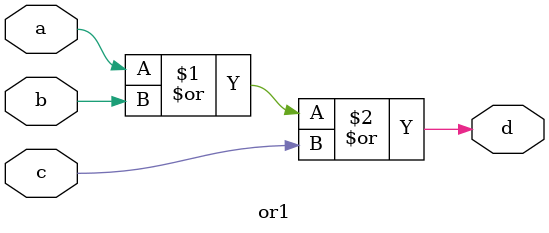
<source format=v>
`timescale 1ns / 1ps
module fullsubtractor_st(
    input a,b,c,
    output d,bout);
	 wire p,q,r,s;

not1 a1(a,p);
xor1 a2(p,b,c,d);
and1 a3(p,b,q);
and1 a4(b,c,r);
and1 a5(c,p,s);
or1 a6(q,r,s,bout);

endmodule

module not1(
    input a,
    output b);
	 assign b=~a;
endmodule

module xor1(
    input a,b,c,
    output d);
	 assign d=a^b^c;
endmodule

module and1(
    input a,b,
    output d);
	 assign d=a&b;
endmodule

module or1(
    input a,b,c,
    output d);
	 assign d=a|b|c;
endmodule



</source>
